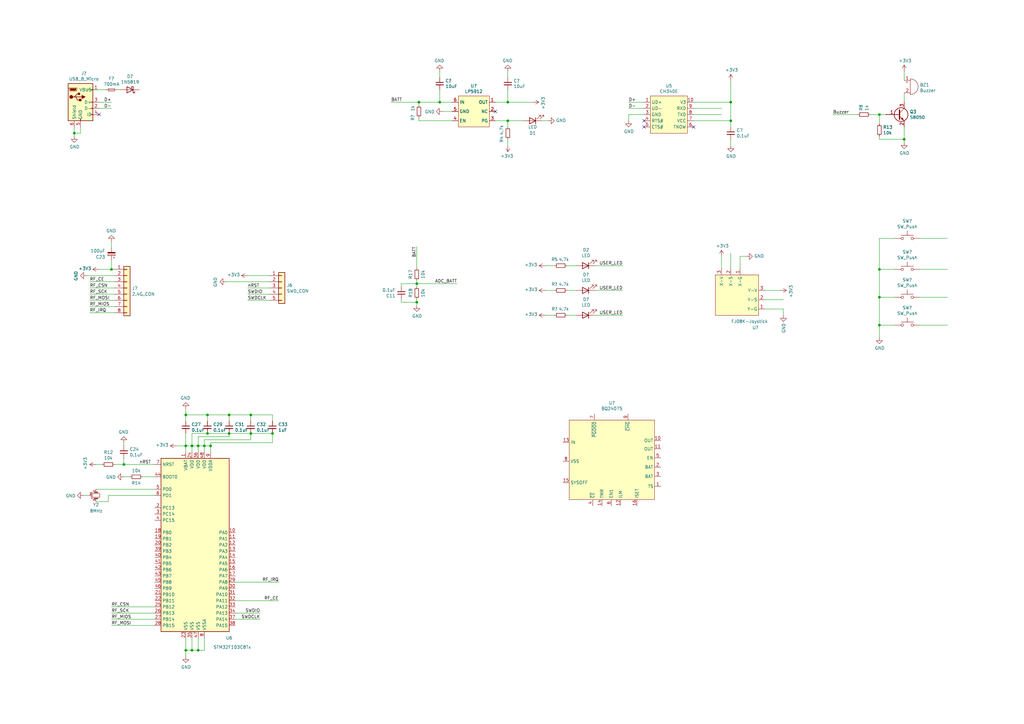
<source format=kicad_sch>
(kicad_sch (version 20200506) (host eeschema "(5.99.0-1614-gb29f55c1c)")
  (page "A3")
  (title_block (title "Self-Balancing Car Controller") (date "2020-04-06") (rev "2.0") (company "Simon Lu"))
  (lib_symbols
    (symbol "24RF_Remote_Control-rescue:CH340E-Interface_USB"
      (property "Reference" "U" (at 8.89 -8.89 0))
      (property "Value" "CH340E-Interface_USB" (at 8.89 -11.43 0))
      (symbol "CH340E-Interface_USB_0_1"
        (rectangle (start -7.62 7.62) (end 7.62 -7.62) (fill (type background)))
      )
      (symbol "CH340E-Interface_USB_1_1"
        (pin bidirectional line (at -10.16 5.08 0) (length 2.54) (name "UD+") (number "1"))
        (pin power_in line (at 10.16 5.08 180) (length 2.54) (name "V3") (number "10"))
        (pin bidirectional line (at -10.16 2.54 0) (length 2.54) (name "UD-") (number "2"))
        (pin power_out line (at -10.16 0 0) (length 2.54) (name "GND") (number "3"))
        (pin output line (at -10.16 -2.54 0) (length 2.54) (name "RTS#") (number "4"))
        (pin output line (at -10.16 -5.08 0) (length 2.54) (name "CTS#") (number "5"))
        (pin bidirectional line (at 10.16 -5.08 180) (length 2.54) (name "TNOW") (number "6"))
        (pin power_in line (at 10.16 -2.54 180) (length 2.54) (name "VCC") (number "7"))
        (pin bidirectional line (at 10.16 0 180) (length 2.54) (name "TXD") (number "8"))
        (pin bidirectional line (at 10.16 2.54 180) (length 2.54) (name "RXD") (number "9"))
      )
    )
    (symbol "24RF_Remote_Control-rescue:FJ08K-Joystick"
      (property "Reference" "U" (at 6.35 -12.7 0))
      (property "Value" "FJ08K-Joystick" (at 6.35 -10.16 0))
      (symbol "FJ08K-Joystick_0_1"
        (rectangle (start -8.89 8.89) (end 8.89 -7.62) (fill (type background)))
      )
      (symbol "FJ08K-Joystick_1_1"
        (pin bidirectional line (at 1.27 11.43 270) (length 2.54) (name "X-G") (number "1"))
        (pin bidirectional line (at 11.43 -5.08 180) (length 2.54) (name "Y-G") (number "1"))
        (pin output line (at -2.54 11.43 270) (length 2.54) (name "X-S") (number "2"))
        (pin output line (at 11.43 -1.27 180) (length 2.54) (name "Y-S") (number "2"))
        (pin bidirectional line (at -6.35 11.43 270) (length 2.54) (name "X-V") (number "3"))
        (pin input line (at 11.43 2.54 180) (length 2.54) (name "Y-V") (number "3"))
      )
    )
    (symbol "24RF_Remote_Control-rescue:S8050-Transistor_BJT" (pin_names (offset 0) hide)
      (property "Reference" "Q" (at 5.08 1.905 0))
      (property "Value" "S8050-Transistor_BJT" (at 5.08 0 0))
      (symbol "S8050-Transistor_BJT_0_1"
        (circle (center 1.27 0) (radius 2.8194) (stroke (width 0.254)))
        (polyline (pts (xy 0 0) (xy 0.635 0)))
        (polyline (pts (xy 0.635 0.635) (xy 2.54 2.54)))
        (polyline (pts (xy 0.635 -0.635) (xy 2.54 -2.54) (xy 2.54 -2.54)))
        (polyline (pts (xy 0.635 1.905) (xy 0.635 -1.905) (xy 0.635 -1.905)) (stroke (width 0.508)))
        (polyline (pts (xy 1.27 -1.778) (xy 1.778 -1.27) (xy 2.286 -2.286) (xy 1.27 -1.778) (xy 1.27 -1.778)) (fill (type outline)))
      )
      (symbol "S8050-Transistor_BJT_1_1"
        (pin input line (at -5.08 0 0) (length 5.08) (name "B") (number "1"))
        (pin passive line (at 2.54 -5.08 90) (length 2.54) (name "E") (number "2"))
        (pin passive line (at 2.54 5.08 270) (length 2.54) (name "C") (number "3"))
      )
    )
    (symbol "24rf_rc:BQ24075"
      (property "Reference" "U" (at 19.1516 -22.8092 0))
      (property "Value" "BQ24075" (at 19.2278 -20.447 0))
      (symbol "BQ24075_0_1"
        (rectangle (start 17.399 15.0368) (end -17.653 -17.6022) (fill (type background)))
      )
      (symbol "BQ24075_1_1"
        (pin bidirectional line (at 20.0152 -12.1666 180) (length 2.54) (name "TS") (number "1"))
        (pin output line (at 19.939 6.6548 180) (length 2.54) (name "OUT") (number "10"))
        (pin output line (at 19.939 3.2258 180) (length 2.54) (name "OUT") (number "11"))
        (pin bidirectional line (at 3.429 -20.1422 90) (length 2.54) (name "ILM") (number "12"))
        (pin bidirectional line (at -20.193 5.8928 0) (length 2.54) (name "IN") (number "13"))
        (pin bidirectional line (at -4.191 -20.1422 90) (length 2.54) (name "TMR") (number "14"))
        (pin bidirectional line (at -20.193 -10.6172 0) (length 2.54) (name "SYSOFF") (number "15"))
        (pin bidirectional line (at 10.16 -20.1422 90) (length 2.54) (name "ISET") (number "16"))
        (pin bidirectional line (at 19.939 -4.2672 180) (length 2.54) (name "BAT") (number "2"))
        (pin bidirectional line (at 19.939 -8.0772 180) (length 2.54) (name "BAT") (number "3"))
        (pin bidirectional line (at -8.001 -20.1422 90) (length 2.54) (name "~CE") (number "4"))
        (pin output line (at 19.939 -0.4572 180) (length 2.54) (name "EN") (number "5"))
        (pin bidirectional line (at -0.381 -20.1422 90) (length 2.54) (name "EN1") (number "6"))
        (pin input line (at -7.239 17.5768 270) (length 2.54) (name "~PGOOD") (number "7"))
        (pin bidirectional line (at -20.193 -1.8542 0) (length 2.54) (name "VSS") (number "8"))
        (pin input line (at 6.477 17.5768 270) (length 2.54) (name "~CHG") (number "9"))
      )
    )
    (symbol "24rf_rc:LP5912"
      (property "Reference" "U" (at 6.35 -11.43 0))
      (property "Value" "LP5912" (at 6.35 -8.89 0))
      (symbol "LP5912_0_1"
        (rectangle (start -6.35 6.35) (end 6.35 -6.35) (fill (type background)))
      )
      (symbol "LP5912_1_1"
        (pin bidirectional line (at 8.89 3.81 180) (length 2.54) (name "OUT") (number "1"))
        (pin bidirectional line (at 8.89 0 180) (length 2.54) (name "NC") (number "2"))
        (pin bidirectional line (at 8.89 -3.81 180) (length 2.54) (name "PG") (number "3"))
        (pin bidirectional line (at -8.89 -3.81 0) (length 2.54) (name "EN") (number "4"))
        (pin bidirectional line (at -8.89 0 0) (length 2.54) (name "GND") (number "5"))
        (pin bidirectional line (at -8.89 3.81 0) (length 2.54) (name "IN") (number "6"))
      )
    )
    (symbol "Connector:USB_B_Micro"
      (property "Reference" "J" (at -5.08 11.43 0))
      (property "Value" "USB_B_Micro" (at -5.08 8.89 0))
      (symbol "USB_B_Micro_0_1"
        (circle (center -3.81 2.159) (radius 0.635) (stroke (width 0.254)) (fill (type outline)))
        (circle (center -0.635 3.429) (radius 0.381) (stroke (width 0.254)) (fill (type outline)))
        (rectangle (start -5.08 -7.62) (end 5.08 7.62) (stroke (width 0.254)) (fill (type background)))
        (rectangle (start -0.127 -7.62) (end 0.127 -6.858))
        (rectangle (start 0.254 1.27) (end -0.508 0.508) (stroke (width 0.254)) (fill (type outline)))
        (rectangle (start 5.08 -5.207) (end 4.318 -4.953))
        (rectangle (start 5.08 -2.667) (end 4.318 -2.413))
        (rectangle (start 5.08 -0.127) (end 4.318 0.127))
        (rectangle (start 5.08 4.953) (end 4.318 5.207))
        (polyline (pts (xy -1.905 2.159) (xy 0.635 2.159)) (stroke (width 0.254)))
        (polyline (pts (xy -3.175 2.159) (xy -2.54 2.159) (xy -1.27 3.429) (xy -0.635 3.429)) (stroke (width 0.254)))
        (polyline (pts (xy -2.54 2.159) (xy -1.905 2.159) (xy -1.27 0.889) (xy 0 0.889)) (stroke (width 0.254)))
        (polyline (pts (xy 0.635 2.794) (xy 0.635 1.524) (xy 1.905 2.159) (xy 0.635 2.794)) (stroke (width 0.254)) (fill (type outline)))
        (polyline (pts (xy -4.318 5.588) (xy -1.778 5.588) (xy -2.032 4.826) (xy -4.064 4.826) (xy -4.318 5.588)) (fill (type outline)))
        (polyline (pts (xy -4.699 5.842) (xy -4.699 5.588) (xy -4.445 4.826) (xy -4.445 4.572) (xy -1.651 4.572) (xy -1.651 4.826) (xy -1.397 5.588) (xy -1.397 5.842) (xy -4.699 5.842)))
      )
      (symbol "USB_B_Micro_1_1"
        (pin power_out line (at 7.62 5.08 180) (length 2.54) (name "VBUS") (number "1"))
        (pin passive line (at 7.62 -2.54 180) (length 2.54) (name "D-") (number "2"))
        (pin passive line (at 7.62 0 180) (length 2.54) (name "D+") (number "3"))
        (pin passive line (at 7.62 -5.08 180) (length 2.54) (name "ID") (number "4"))
        (pin power_out line (at 0 -10.16 90) (length 2.54) (name "GND") (number "5"))
        (pin passive line (at -2.54 -10.16 90) (length 2.54) (name "Shield") (number "6"))
      )
    )
    (symbol "Connector_Generic:Conn_01x05" (pin_names hide)
      (property "Reference" "J" (at 0 7.62 0))
      (property "Value" "Conn_01x05" (at 0 -7.62 0))
      (symbol "Conn_01x05_1_1"
        (rectangle (start -1.27 -4.953) (end 0 -5.207))
        (rectangle (start -1.27 -2.413) (end 0 -2.667))
        (rectangle (start -1.27 2.667) (end 0 2.413))
        (rectangle (start -1.27 5.207) (end 0 4.953))
        (rectangle (start -1.27 6.35) (end 1.27 -6.35) (stroke (width 0.254)) (fill (type background)))
        (rectangle (start -1.27 0.127) (end 0 -0.127))
        (pin passive line (at -5.08 5.08 0) (length 3.81) (name "Pin_1") (number "1"))
        (pin passive line (at -5.08 2.54 0) (length 3.81) (name "Pin_2") (number "2"))
        (pin passive line (at -5.08 0 0) (length 3.81) (name "Pin_3") (number "3"))
        (pin passive line (at -5.08 -2.54 0) (length 3.81) (name "Pin_4") (number "4"))
        (pin passive line (at -5.08 -5.08 0) (length 3.81) (name "Pin_5") (number "5"))
      )
    )
    (symbol "Connector_Generic:Conn_01x08" (pin_names hide)
      (property "Reference" "J" (at 0 10.16 0))
      (property "Value" "Conn_01x08" (at 0 -12.7 0))
      (symbol "Conn_01x08_1_1"
        (rectangle (start -1.27 -4.953) (end 0 -5.207))
        (rectangle (start -1.27 -7.493) (end 0 -7.747))
        (rectangle (start -1.27 -10.033) (end 0 -10.287))
        (rectangle (start -1.27 -2.413) (end 0 -2.667))
        (rectangle (start -1.27 2.667) (end 0 2.413))
        (rectangle (start -1.27 5.207) (end 0 4.953))
        (rectangle (start -1.27 7.747) (end 0 7.493))
        (rectangle (start -1.27 8.89) (end 1.27 -11.43) (stroke (width 0.254)) (fill (type background)))
        (rectangle (start -1.27 0.127) (end 0 -0.127))
        (pin passive line (at -5.08 7.62 0) (length 3.81) (name "Pin_1") (number "1"))
        (pin passive line (at -5.08 5.08 0) (length 3.81) (name "Pin_2") (number "2"))
        (pin passive line (at -5.08 2.54 0) (length 3.81) (name "Pin_3") (number "3"))
        (pin passive line (at -5.08 0 0) (length 3.81) (name "Pin_4") (number "4"))
        (pin passive line (at -5.08 -2.54 0) (length 3.81) (name "Pin_5") (number "5"))
        (pin passive line (at -5.08 -5.08 0) (length 3.81) (name "Pin_6") (number "6"))
        (pin passive line (at -5.08 -7.62 0) (length 3.81) (name "Pin_7") (number "7"))
        (pin passive line (at -5.08 -10.16 0) (length 3.81) (name "Pin_8") (number "8"))
      )
    )
    (symbol "Device:Buzzer" (pin_names (offset 0.0254) hide)
      (property "Reference" "BZ" (at 3.81 1.27 0))
      (property "Value" "Buzzer" (at 3.81 -1.27 0))
      (symbol "Buzzer_0_1"
        (arc (start 0 -3.175) (end 0 3.175) (radius (at 0 0) (length 3.175) (angles -89.9 89.9)))
        (polyline (pts (xy -1.651 1.905) (xy -1.143 1.905)))
        (polyline (pts (xy -1.397 2.159) (xy -1.397 1.651)))
        (polyline (pts (xy 0 3.175) (xy 0 -3.175)))
      )
      (symbol "Buzzer_1_1"
        (pin passive line (at -2.54 2.54 0) (length 2.54) (name "-") (number "1"))
        (pin passive line (at -2.54 -2.54 0) (length 2.54) (name "+") (number "2"))
      )
    )
    (symbol "Device:CP_Small" (pin_numbers hide) (pin_names (offset 0.254) hide)
      (property "Reference" "C" (at 0.254 1.778 0))
      (property "Value" "CP_Small" (at 0.254 -2.032 0))
      (symbol "CP_Small_0_1"
        (rectangle (start -1.524 -0.3048) (end 1.524 -0.6858) (fill (type outline)))
        (rectangle (start -1.524 0.6858) (end 1.524 0.3048))
        (polyline (pts (xy -1.27 1.524) (xy -0.762 1.524)))
        (polyline (pts (xy -1.016 1.27) (xy -1.016 1.778)))
      )
      (symbol "CP_Small_1_1"
        (pin passive line (at 0 2.54 270) (length 1.8542) (name "~") (number "1"))
        (pin passive line (at 0 -2.54 90) (length 1.8542) (name "~") (number "2"))
      )
    )
    (symbol "Device:C_Small" (pin_numbers hide) (pin_names (offset 0.254) hide)
      (property "Reference" "C" (at 0.254 1.778 0))
      (property "Value" "C_Small" (at 0.254 -2.032 0))
      (symbol "C_Small_0_1"
        (polyline (pts (xy -1.524 -0.508) (xy 1.524 -0.508)) (stroke (width 0.3302)))
        (polyline (pts (xy -1.524 0.508) (xy 1.524 0.508)) (stroke (width 0.3048)))
      )
      (symbol "C_Small_1_1"
        (pin passive line (at 0 2.54 270) (length 2.032) (name "~") (number "1"))
        (pin passive line (at 0 -2.54 90) (length 2.032) (name "~") (number "2"))
      )
    )
    (symbol "Device:C_Small_2" (pin_numbers hide) (pin_names (offset 0.254) hide)
      (property "Reference" "C" (at 0.254 1.778 0))
      (property "Value" "C_Small" (at 0.254 -2.032 0))
      (symbol "C_Small_2_0_1"
        (polyline (pts (xy -1.524 -0.508) (xy 1.524 -0.508)) (stroke (width 0.3302)))
        (polyline (pts (xy -1.524 0.508) (xy 1.524 0.508)) (stroke (width 0.3048)))
      )
      (symbol "C_Small_2_1_1"
        (pin passive line (at 0 2.54 270) (length 2.032) (name "~") (number "1"))
        (pin passive line (at 0 -2.54 90) (length 2.032) (name "~") (number "2"))
      )
    )
    (symbol "Device:C_Small_3" (pin_numbers hide) (pin_names (offset 0.254) hide)
      (property "Reference" "C" (at 0.254 1.778 0))
      (property "Value" "C_Small" (at 0.254 -2.032 0))
      (symbol "C_Small_3_0_1"
        (polyline (pts (xy -1.524 -0.508) (xy 1.524 -0.508)) (stroke (width 0.3302)))
        (polyline (pts (xy -1.524 0.508) (xy 1.524 0.508)) (stroke (width 0.3048)))
      )
      (symbol "C_Small_3_1_1"
        (pin passive line (at 0 2.54 270) (length 2.032) (name "~") (number "1"))
        (pin passive line (at 0 -2.54 90) (length 2.032) (name "~") (number "2"))
      )
    )
    (symbol "Device:Crystal_GND2_Small" (pin_names hide)
      (property "Reference" "Y" (at 0 5.08 0))
      (property "Value" "Crystal_GND2_Small" (at 0 3.175 0))
      (symbol "Crystal_GND2_Small_0_1"
        (rectangle (start -0.762 -1.524) (end 0.762 1.524))
        (polyline (pts (xy -1.27 -0.762) (xy -1.27 0.762)) (stroke (width 0.381)))
        (polyline (pts (xy 1.27 -0.762) (xy 1.27 0.762)) (stroke (width 0.381)))
        (polyline (pts (xy -1.27 -1.27) (xy -1.27 -1.905) (xy 1.27 -1.905) (xy 1.27 -1.27)))
      )
      (symbol "Crystal_GND2_Small_1_1"
        (pin passive line (at -2.54 0 0) (length 1.27) (name "1") (number "1"))
        (pin passive line (at 0 -2.54 90) (length 0.635) (name "2") (number "2"))
        (pin passive line (at 2.54 0 180) (length 1.27) (name "3") (number "3"))
      )
    )
    (symbol "Device:Fuse_Small" (pin_numbers hide) (pin_names (offset 0.254) hide)
      (property "Reference" "F" (at 0 -1.524 0))
      (property "Value" "Fuse_Small" (at 0 1.524 0))
      (symbol "Fuse_Small_0_1"
        (rectangle (start -1.27 0.508) (end 1.27 -0.508))
        (polyline (pts (xy -1.27 0) (xy 1.27 0)))
      )
      (symbol "Fuse_Small_1_1"
        (pin passive line (at -2.54 0 0) (length 1.27) (name "~") (number "1"))
        (pin passive line (at 2.54 0 180) (length 1.27) (name "~") (number "2"))
      )
    )
    (symbol "Device:LED" (pin_numbers hide) (pin_names hide)
      (property "Reference" "D" (at 0 2.54 0))
      (property "Value" "LED" (at 0 -2.54 0))
      (symbol "LED_0_1"
        (polyline (pts (xy -1.27 -1.27) (xy -1.27 1.27)) (stroke (width 0.254)))
        (polyline (pts (xy -1.27 0) (xy 1.27 0)))
        (polyline (pts (xy 1.27 -1.27) (xy 1.27 1.27) (xy -1.27 0) (xy 1.27 -1.27)) (stroke (width 0.254)))
        (polyline (pts (xy -3.048 -0.762) (xy -4.572 -2.286) (xy -3.81 -2.286) (xy -4.572 -2.286) (xy -4.572 -1.524)))
        (polyline (pts (xy -1.778 -0.762) (xy -3.302 -2.286) (xy -2.54 -2.286) (xy -3.302 -2.286) (xy -3.302 -1.524)))
      )
      (symbol "LED_1_1"
        (pin passive line (at -3.81 0 0) (length 2.54) (name "K") (number "1"))
        (pin passive line (at 3.81 0 180) (length 2.54) (name "A") (number "2"))
      )
    )
    (symbol "Device:LED_1" (pin_numbers hide) (pin_names hide)
      (property "Reference" "D" (at 0 2.54 0))
      (property "Value" "LED" (at 0 -2.54 0))
      (symbol "LED_1_0_1"
        (polyline (pts (xy -1.27 -1.27) (xy -1.27 1.27)) (stroke (width 0.254)))
        (polyline (pts (xy -1.27 0) (xy 1.27 0)))
        (polyline (pts (xy 1.27 -1.27) (xy 1.27 1.27) (xy -1.27 0) (xy 1.27 -1.27)) (stroke (width 0.254)))
        (polyline (pts (xy -3.048 -0.762) (xy -4.572 -2.286) (xy -3.81 -2.286) (xy -4.572 -2.286) (xy -4.572 -1.524)))
        (polyline (pts (xy -1.778 -0.762) (xy -3.302 -2.286) (xy -2.54 -2.286) (xy -3.302 -2.286) (xy -3.302 -1.524)))
      )
      (symbol "LED_1_1_1"
        (pin passive line (at -3.81 0 0) (length 2.54) (name "K") (number "1"))
        (pin passive line (at 3.81 0 180) (length 2.54) (name "A") (number "2"))
      )
    )
    (symbol "Device:LED_2" (pin_numbers hide) (pin_names hide)
      (property "Reference" "D" (at 0 2.54 0))
      (property "Value" "LED" (at 0 -2.54 0))
      (symbol "LED_2_0_1"
        (polyline (pts (xy -1.27 -1.27) (xy -1.27 1.27)) (stroke (width 0.254)))
        (polyline (pts (xy -1.27 0) (xy 1.27 0)))
        (polyline (pts (xy 1.27 -1.27) (xy 1.27 1.27) (xy -1.27 0) (xy 1.27 -1.27)) (stroke (width 0.254)))
        (polyline (pts (xy -3.048 -0.762) (xy -4.572 -2.286) (xy -3.81 -2.286) (xy -4.572 -2.286) (xy -4.572 -1.524)))
        (polyline (pts (xy -1.778 -0.762) (xy -3.302 -2.286) (xy -2.54 -2.286) (xy -3.302 -2.286) (xy -3.302 -1.524)))
      )
      (symbol "LED_2_1_1"
        (pin passive line (at -3.81 0 0) (length 2.54) (name "K") (number "1"))
        (pin passive line (at 3.81 0 180) (length 2.54) (name "A") (number "2"))
      )
    )
    (symbol "Device:R_Small" (pin_numbers hide) (pin_names (offset 0.254) hide)
      (property "Reference" "R" (at 0.762 0.508 0))
      (property "Value" "R_Small" (at 0.762 -1.016 0))
      (symbol "R_Small_0_1"
        (rectangle (start -0.762 1.778) (end 0.762 -1.778) (stroke (width 0.2032)))
      )
      (symbol "R_Small_1_1"
        (pin passive line (at 0 2.54 270) (length 0.762) (name "~") (number "1"))
        (pin passive line (at 0 -2.54 90) (length 0.762) (name "~") (number "2"))
      )
    )
    (symbol "Device:R_Small_3" (pin_numbers hide) (pin_names (offset 0.254) hide)
      (property "Reference" "R" (at 0.762 0.508 0))
      (property "Value" "R_Small" (at 0.762 -1.016 0))
      (symbol "R_Small_3_0_1"
        (rectangle (start -0.762 1.778) (end 0.762 -1.778) (stroke (width 0.2032)))
      )
      (symbol "R_Small_3_1_1"
        (pin passive line (at 0 2.54 270) (length 0.762) (name "~") (number "1"))
        (pin passive line (at 0 -2.54 90) (length 0.762) (name "~") (number "2"))
      )
    )
    (symbol "Device:R_Small_4" (pin_numbers hide) (pin_names (offset 0.254) hide)
      (property "Reference" "R" (at 0.762 0.508 0))
      (property "Value" "R_Small" (at 0.762 -1.016 0))
      (symbol "R_Small_4_0_1"
        (rectangle (start -0.762 1.778) (end 0.762 -1.778) (stroke (width 0.2032)))
      )
      (symbol "R_Small_4_1_1"
        (pin passive line (at 0 2.54 270) (length 0.762) (name "~") (number "1"))
        (pin passive line (at 0 -2.54 90) (length 0.762) (name "~") (number "2"))
      )
    )
    (symbol "Device:R_Small_5" (pin_numbers hide) (pin_names (offset 0.254) hide)
      (property "Reference" "R" (at 0.762 0.508 0))
      (property "Value" "R_Small" (at 0.762 -1.016 0))
      (symbol "R_Small_5_0_1"
        (rectangle (start -0.762 1.778) (end 0.762 -1.778) (stroke (width 0.2032)))
      )
      (symbol "R_Small_5_1_1"
        (pin passive line (at 0 2.54 270) (length 0.762) (name "~") (number "1"))
        (pin passive line (at 0 -2.54 90) (length 0.762) (name "~") (number "2"))
      )
    )
    (symbol "Diode:1N5819" (pin_numbers hide) (pin_names hide)
      (property "Reference" "D" (at 0 2.54 0))
      (property "Value" "1N5819" (at 0 -2.54 0))
      (symbol "1N5819_0_1"
        (polyline (pts (xy 1.27 0) (xy -1.27 0)))
        (polyline (pts (xy 1.27 1.27) (xy 1.27 -1.27) (xy -1.27 0) (xy 1.27 1.27)) (stroke (width 0.254)))
        (polyline (pts (xy -1.905 0.635) (xy -1.905 1.27) (xy -1.27 1.27) (xy -1.27 -1.27) (xy -0.635 -1.27) (xy -0.635 -0.635)) (stroke (width 0.254)))
      )
      (symbol "1N5819_1_1"
        (pin passive line (at -3.81 0 0) (length 2.54) (name "K") (number "1"))
        (pin passive line (at 3.81 0 180) (length 2.54) (name "A") (number "2"))
      )
    )
    (symbol "MCU_ST_STM32F1:STM32F103C8Tx" (pin_names (offset 0.508))
      (property "Reference" "U" (at -15.24 36.83 0))
      (property "Value" "STM32F103C8Tx" (at 7.62 36.83 0))
      (symbol "STM32F103C8Tx_0_1"
        (rectangle (start -15.24 -35.56) (end 12.7 35.56) (stroke (width 0.254)) (fill (type background)))
      )
      (symbol "STM32F103C8Tx_1_1"
        (pin input line (at -17.78 27.94 0) (length 2.54) (name "BOOT0") (number "44"))
        (pin input line (at -17.78 33.02 0) (length 2.54) (name "NRST") (number "7"))
        (pin bidirectional line (at 15.24 5.08 180) (length 2.54) (name "PA0") (number "10"))
        (pin bidirectional line (at 15.24 2.54 180) (length 2.54) (name "PA1") (number "11"))
        (pin bidirectional line (at 15.24 -20.32 180) (length 2.54) (name "PA10") (number "31"))
        (pin bidirectional line (at 15.24 -22.86 180) (length 2.54) (name "PA11") (number "32"))
        (pin bidirectional line (at 15.24 -25.4 180) (length 2.54) (name "PA12") (number "33"))
        (pin bidirectional line (at 15.24 -27.94 180) (length 2.54) (name "PA13") (number "34"))
        (pin bidirectional line (at 15.24 -30.48 180) (length 2.54) (name "PA14") (number "37"))
        (pin bidirectional line (at 15.24 -33.02 180) (length 2.54) (name "PA15") (number "38"))
        (pin bidirectional line (at 15.24 0 180) (length 2.54) (name "PA2") (number "12"))
        (pin bidirectional line (at 15.24 -2.54 180) (length 2.54) (name "PA3") (number "13"))
        (pin bidirectional line (at 15.24 -5.08 180) (length 2.54) (name "PA4") (number "14"))
        (pin bidirectional line (at 15.24 -7.62 180) (length 2.54) (name "PA5") (number "15"))
        (pin bidirectional line (at 15.24 -10.16 180) (length 2.54) (name "PA6") (number "16"))
        (pin bidirectional line (at 15.24 -12.7 180) (length 2.54) (name "PA7") (number "17"))
        (pin bidirectional line (at 15.24 -15.24 180) (length 2.54) (name "PA8") (number "29"))
        (pin bidirectional line (at 15.24 -17.78 180) (length 2.54) (name "PA9") (number "30"))
        (pin bidirectional line (at -17.78 5.08 0) (length 2.54) (name "PB0") (number "18"))
        (pin bidirectional line (at -17.78 2.54 0) (length 2.54) (name "PB1") (number "19"))
        (pin bidirectional line (at -17.78 -20.32 0) (length 2.54) (name "PB10") (number "21"))
        (pin bidirectional line (at -17.78 -22.86 0) (length 2.54) (name "PB11") (number "22"))
        (pin bidirectional line (at -17.78 -25.4 0) (length 2.54) (name "PB12") (number "25"))
        (pin bidirectional line (at -17.78 -27.94 0) (length 2.54) (name "PB13") (number "26"))
        (pin bidirectional line (at -17.78 -30.48 0) (length 2.54) (name "PB14") (number "27"))
        (pin bidirectional line (at -17.78 -33.02 0) (length 2.54) (name "PB15") (number "28"))
        (pin bidirectional line (at -17.78 0 0) (length 2.54) (name "PB2") (number "20"))
        (pin bidirectional line (at -17.78 -2.54 0) (length 2.54) (name "PB3") (number "39"))
        (pin bidirectional line (at -17.78 -5.08 0) (length 2.54) (name "PB4") (number "40"))
        (pin bidirectional line (at -17.78 -7.62 0) (length 2.54) (name "PB5") (number "41"))
        (pin bidirectional line (at -17.78 -10.16 0) (length 2.54) (name "PB6") (number "42"))
        (pin bidirectional line (at -17.78 -12.7 0) (length 2.54) (name "PB7") (number "43"))
        (pin bidirectional line (at -17.78 -15.24 0) (length 2.54) (name "PB8") (number "45"))
        (pin bidirectional line (at -17.78 -17.78 0) (length 2.54) (name "PB9") (number "46"))
        (pin bidirectional line (at -17.78 15.24 0) (length 2.54) (name "PC13") (number "2"))
        (pin bidirectional line (at -17.78 12.7 0) (length 2.54) (name "PC14") (number "3"))
        (pin bidirectional line (at -17.78 10.16 0) (length 2.54) (name "PC15") (number "4"))
        (pin input line (at -17.78 22.86 0) (length 2.54) (name "PD0") (number "5"))
        (pin input line (at -17.78 20.32 0) (length 2.54) (name "PD1") (number "6"))
        (pin power_in line (at -5.08 38.1 270) (length 2.54) (name "VBAT") (number "1"))
        (pin power_in line (at -2.54 38.1 270) (length 2.54) (name "VDD") (number "24"))
        (pin power_in line (at 0 38.1 270) (length 2.54) (name "VDD") (number "36"))
        (pin power_in line (at 2.54 38.1 270) (length 2.54) (name "VDD") (number "48"))
        (pin power_in line (at 5.08 38.1 270) (length 2.54) (name "VDDA") (number "9"))
        (pin power_in line (at -5.08 -38.1 90) (length 2.54) (name "VSS") (number "23"))
        (pin power_in line (at -2.54 -38.1 90) (length 2.54) (name "VSS") (number "35"))
        (pin power_in line (at 0 -38.1 90) (length 2.54) (name "VSS") (number "47"))
        (pin power_in line (at 2.54 -38.1 90) (length 2.54) (name "VSSA") (number "8"))
      )
    )
    (symbol "Switch:SW_Push" (pin_numbers hide) (pin_names hide)
      (property "Reference" "SW" (at 1.27 2.54 0))
      (property "Value" "SW_Push" (at 0 -1.524 0))
      (symbol "SW_Push_0_1"
        (circle (center -2.032 0) (radius 0.508))
        (circle (center 2.032 0) (radius 0.508))
        (polyline (pts (xy 0 1.27) (xy 0 3.048)))
        (polyline (pts (xy 2.54 1.27) (xy -2.54 1.27)))
        (pin passive line (at -5.08 0 0) (length 2.54) (name "1") (number "1"))
        (pin passive line (at 5.08 0 180) (length 2.54) (name "2") (number "2"))
      )
    )
    (symbol "power:+3.3V" (power) (pin_names (offset 0))
      (property "Value" "+3.3V" (at 0 3.556 0))
      (symbol "+3.3V_0_1"
        (polyline (pts (xy -0.762 1.27) (xy 0 2.54)))
        (polyline (pts (xy 0 0) (xy 0 2.54)))
        (polyline (pts (xy 0 2.54) (xy 0.762 1.27)))
      )
      (symbol "+3.3V_1_1"
        (pin power_in line (at 0 0 90) (length 0) (name "+3V3") (number "1") hide)
      )
    )
    (symbol "power:+3V3" (power) (pin_names (offset 0))
      (property "Value" "+3V3" (at 0 3.556 0))
      (symbol "+3V3_0_1"
        (polyline (pts (xy -0.762 1.27) (xy 0 2.54)))
        (polyline (pts (xy 0 0) (xy 0 2.54)))
        (polyline (pts (xy 0 2.54) (xy 0.762 1.27)))
      )
      (symbol "+3V3_1_1"
        (pin power_in line (at 0 0 90) (length 0) (name "+3V3") (number "1") hide)
      )
    )
    (symbol "power:GND" (power) (pin_names (offset 0))
      (property "Value" "GND" (at 0 -3.81 0))
      (symbol "GND_0_1"
        (polyline (pts (xy 0 0) (xy 0 -1.27) (xy 1.27 -1.27) (xy 0 -2.54) (xy -1.27 -1.27) (xy 0 -1.27)))
      )
      (symbol "GND_1_1"
        (pin power_in line (at 0 0 270) (length 0) (name "GND") (number "1") hide)
      )
    )
  )
  (junction (at 30.48 54.61))
  (junction (at 45.72 110.49))
  (junction (at 50.8 190.5))
  (junction (at 76.2 170.18))
  (junction (at 76.2 182.88))
  (junction (at 76.2 266.7))
  (junction (at 78.74 182.88))
  (junction (at 78.74 266.7))
  (junction (at 81.28 182.88))
  (junction (at 81.28 266.7))
  (junction (at 83.82 182.88))
  (junction (at 85.09 170.18))
  (junction (at 85.09 177.8))
  (junction (at 86.36 182.88))
  (junction (at 93.98 170.18))
  (junction (at 93.98 177.8))
  (junction (at 102.87 170.18))
  (junction (at 102.87 177.8))
  (junction (at 111.76 177.8))
  (junction (at 170.942 116.332))
  (junction (at 170.942 123.952))
  (junction (at 171.831 41.91))
  (junction (at 180.34 41.91))
  (junction (at 208.28 41.91))
  (junction (at 208.28 49.53))
  (junction (at 299.72 41.91))
  (junction (at 299.72 49.53))
  (junction (at 360.68 46.99))
  (junction (at 360.68 110.49))
  (junction (at 360.68 121.92))
  (junction (at 360.68 133.35))
  (junction (at 370.84 57.15))
  (no_connect (at 40.64 46.99))
  (no_connect (at 264.16 52.07))
  (no_connect (at 203.2 45.72))
  (no_connect (at 284.48 52.07))
  (no_connect (at 264.16 49.53))
  (wire (pts (xy 30.48 52.07) (xy 30.48 54.61)))
  (wire (pts (xy 30.48 54.61) (xy 30.48 55.88)))
  (wire (pts (xy 33.02 52.07) (xy 33.02 54.61)))
  (wire (pts (xy 33.02 54.61) (xy 30.48 54.61)))
  (wire (pts (xy 34.29 203.2) (xy 36.83 203.2)))
  (wire (pts (xy 35.56 36.83) (xy 43.18 36.83)))
  (wire (pts (xy 39.37 190.5) (xy 41.91 190.5)))
  (wire (pts (xy 39.37 200.66) (xy 63.5 200.66)))
  (wire (pts (xy 40.64 41.91) (xy 45.72 41.91)))
  (wire (pts (xy 40.64 44.45) (xy 45.72 44.45)))
  (wire (pts (xy 40.64 110.49) (xy 45.72 110.49)))
  (wire (pts (xy 44.45 203.2) (xy 44.45 205.74)))
  (wire (pts (xy 44.45 203.2) (xy 63.5 203.2)))
  (wire (pts (xy 44.45 205.74) (xy 39.37 205.74)))
  (wire (pts (xy 45.72 99.06) (xy 45.72 101.6)))
  (wire (pts (xy 45.72 106.68) (xy 45.72 110.49)))
  (wire (pts (xy 45.72 110.49) (xy 46.99 110.49)))
  (wire (pts (xy 45.72 254) (xy 63.5 254)))
  (wire (pts (xy 45.72 256.54) (xy 63.5 256.54)))
  (wire (pts (xy 46.99 113.03) (xy 35.56 113.03)))
  (wire (pts (xy 46.99 115.57) (xy 36.83 115.57)))
  (wire (pts (xy 46.99 118.11) (xy 36.83 118.11)))
  (wire (pts (xy 46.99 120.65) (xy 36.83 120.65)))
  (wire (pts (xy 46.99 123.19) (xy 36.83 123.19)))
  (wire (pts (xy 46.99 125.73) (xy 36.83 125.73)))
  (wire (pts (xy 46.99 128.27) (xy 36.83 128.27)))
  (wire (pts (xy 48.26 36.83) (xy 49.53 36.83)))
  (wire (pts (xy 50.8 182.88) (xy 50.8 181.61)))
  (wire (pts (xy 50.8 187.96) (xy 50.8 190.5)))
  (wire (pts (xy 50.8 190.5) (xy 46.99 190.5)))
  (wire (pts (xy 50.8 195.58) (xy 53.34 195.58)))
  (wire (pts (xy 58.42 195.58) (xy 63.5 195.58)))
  (wire (pts (xy 63.5 190.5) (xy 50.8 190.5)))
  (wire (pts (xy 63.5 248.92) (xy 45.72 248.92)))
  (wire (pts (xy 63.5 251.46) (xy 45.72 251.46)))
  (wire (pts (xy 72.39 182.88) (xy 76.2 182.88)))
  (wire (pts (xy 76.2 167.64) (xy 76.2 170.18)))
  (wire (pts (xy 76.2 170.18) (xy 76.2 172.72)))
  (wire (pts (xy 76.2 170.18) (xy 85.09 170.18)))
  (wire (pts (xy 76.2 177.8) (xy 76.2 182.88)))
  (wire (pts (xy 76.2 182.88) (xy 76.2 185.42)))
  (wire (pts (xy 76.2 182.88) (xy 78.74 182.88)))
  (wire (pts (xy 76.2 266.7) (xy 76.2 261.62)))
  (wire (pts (xy 76.2 269.24) (xy 76.2 266.7)))
  (wire (pts (xy 78.74 177.8) (xy 78.74 182.88)))
  (wire (pts (xy 78.74 177.8) (xy 85.09 177.8)))
  (wire (pts (xy 78.74 182.88) (xy 78.74 185.42)))
  (wire (pts (xy 78.74 182.88) (xy 81.28 182.88)))
  (wire (pts (xy 78.74 261.62) (xy 78.74 266.7)))
  (wire (pts (xy 78.74 266.7) (xy 76.2 266.7)))
  (wire (pts (xy 78.74 266.7) (xy 81.28 266.7)))
  (wire (pts (xy 81.28 179.07) (xy 81.28 182.88)))
  (wire (pts (xy 81.28 179.07) (xy 93.98 179.07)))
  (wire (pts (xy 81.28 182.88) (xy 81.28 185.42)))
  (wire (pts (xy 81.28 182.88) (xy 83.82 182.88)))
  (wire (pts (xy 81.28 266.7) (xy 81.28 261.62)))
  (wire (pts (xy 83.82 180.34) (xy 83.82 182.88)))
  (wire (pts (xy 83.82 180.34) (xy 102.87 180.34)))
  (wire (pts (xy 83.82 182.88) (xy 83.82 185.42)))
  (wire (pts (xy 83.82 182.88) (xy 86.36 182.88)))
  (wire (pts (xy 83.82 261.62) (xy 83.82 266.7)))
  (wire (pts (xy 83.82 266.7) (xy 81.28 266.7)))
  (wire (pts (xy 85.09 170.18) (xy 85.09 172.72)))
  (wire (pts (xy 85.09 170.18) (xy 93.98 170.18)))
  (wire (pts (xy 85.09 177.8) (xy 93.98 177.8)))
  (wire (pts (xy 86.36 181.61) (xy 86.36 182.88)))
  (wire (pts (xy 86.36 181.61) (xy 111.76 181.61)))
  (wire (pts (xy 86.36 182.88) (xy 86.36 185.42)))
  (wire (pts (xy 93.98 170.18) (xy 93.98 172.72)))
  (wire (pts (xy 93.98 170.18) (xy 102.87 170.18)))
  (wire (pts (xy 93.98 177.8) (xy 102.87 177.8)))
  (wire (pts (xy 93.98 179.07) (xy 93.98 177.8)))
  (wire (pts (xy 96.52 246.38) (xy 114.3 246.38)))
  (wire (pts (xy 96.52 254) (xy 106.68 254)))
  (wire (pts (xy 101.6 113.03) (xy 110.49 113.03)))
  (wire (pts (xy 101.6 118.11) (xy 110.49 118.11)))
  (wire (pts (xy 101.6 120.65) (xy 110.49 120.65)))
  (wire (pts (xy 101.6 123.19) (xy 110.49 123.19)))
  (wire (pts (xy 102.87 170.18) (xy 102.87 172.72)))
  (wire (pts (xy 102.87 170.18) (xy 111.76 170.18)))
  (wire (pts (xy 102.87 177.8) (xy 111.76 177.8)))
  (wire (pts (xy 102.87 180.34) (xy 102.87 177.8)))
  (wire (pts (xy 106.68 251.46) (xy 96.52 251.46)))
  (wire (pts (xy 110.49 115.57) (xy 92.71 115.57)))
  (wire (pts (xy 111.76 170.18) (xy 111.76 172.72)))
  (wire (pts (xy 111.76 181.61) (xy 111.76 177.8)))
  (wire (pts (xy 114.3 238.76) (xy 96.52 238.76)))
  (wire (pts (xy 160.401 41.91) (xy 171.831 41.91)))
  (wire (pts (xy 164.592 116.332) (xy 170.942 116.332)))
  (wire (pts (xy 164.592 117.602) (xy 164.592 116.332)))
  (wire (pts (xy 164.592 122.682) (xy 164.592 123.952)))
  (wire (pts (xy 164.592 123.952) (xy 170.942 123.952)))
  (wire (pts (xy 170.942 101.092) (xy 170.942 109.982)))
  (wire (pts (xy 170.942 115.062) (xy 170.942 116.332)))
  (wire (pts (xy 170.942 116.332) (xy 170.942 117.602)))
  (wire (pts (xy 170.942 122.682) (xy 170.942 123.952)))
  (wire (pts (xy 170.942 123.952) (xy 170.942 125.222)))
  (wire (pts (xy 171.831 41.91) (xy 171.831 43.18)))
  (wire (pts (xy 171.831 41.91) (xy 180.34 41.91)))
  (wire (pts (xy 171.831 48.26) (xy 171.831 49.53)))
  (wire (pts (xy 171.831 49.53) (xy 185.42 49.53)))
  (wire (pts (xy 180.34 29.21) (xy 180.34 31.75)))
  (wire (pts (xy 180.34 36.83) (xy 180.34 41.91)))
  (wire (pts (xy 180.34 41.91) (xy 185.42 41.91)))
  (wire (pts (xy 181.483 45.72) (xy 185.42 45.72)))
  (wire (pts (xy 187.452 116.332) (xy 170.942 116.332)))
  (wire (pts (xy 203.2 41.91) (xy 208.28 41.91)))
  (wire (pts (xy 203.2 49.53) (xy 208.28 49.53)))
  (wire (pts (xy 208.28 29.21) (xy 208.28 31.75)))
  (wire (pts (xy 208.28 36.83) (xy 208.28 41.91)))
  (wire (pts (xy 208.28 41.91) (xy 218.44 41.91)))
  (wire (pts (xy 208.28 49.53) (xy 208.28 52.07)))
  (wire (pts (xy 208.28 49.53) (xy 214.63 49.53)))
  (wire (pts (xy 208.28 57.15) (xy 208.28 59.69)))
  (wire (pts (xy 223.647 119.126) (xy 227.457 119.126)))
  (wire (pts (xy 224.79 49.53) (xy 222.25 49.53)))
  (wire (pts (xy 227.457 108.966) (xy 223.647 108.966)))
  (wire (pts (xy 227.457 129.286) (xy 223.647 129.286)))
  (wire (pts (xy 236.347 108.966) (xy 232.537 108.966)))
  (wire (pts (xy 236.347 119.126) (xy 232.537 119.126)))
  (wire (pts (xy 236.347 129.286) (xy 232.537 129.286)))
  (wire (pts (xy 243.967 108.966) (xy 255.397 108.966)))
  (wire (pts (xy 243.967 119.126) (xy 255.397 119.126)))
  (wire (pts (xy 243.967 129.286) (xy 255.397 129.286)))
  (wire (pts (xy 257.81 41.91) (xy 264.16 41.91)))
  (wire (pts (xy 257.81 44.45) (xy 264.16 44.45)))
  (wire (pts (xy 257.81 46.99) (xy 257.81 49.53)))
  (wire (pts (xy 264.16 46.99) (xy 257.81 46.99)))
  (wire (pts (xy 284.48 41.91) (xy 299.72 41.91)))
  (wire (pts (xy 284.48 44.45) (xy 295.91 44.45)))
  (wire (pts (xy 284.48 49.53) (xy 299.72 49.53)))
  (wire (pts (xy 295.91 46.99) (xy 284.48 46.99)))
  (wire (pts (xy 295.91 105.156) (xy 295.91 110.236)))
  (wire (pts (xy 299.72 33.02) (xy 299.72 41.91)))
  (wire (pts (xy 299.72 49.53) (xy 299.72 41.91)))
  (wire (pts (xy 299.72 52.07) (xy 299.72 49.53)))
  (wire (pts (xy 299.72 59.69) (xy 299.72 57.15)))
  (wire (pts (xy 299.72 103.886) (xy 299.72 110.236)))
  (wire (pts (xy 303.53 105.156) (xy 306.07 105.156)))
  (wire (pts (xy 303.53 110.236) (xy 303.53 105.156)))
  (wire (pts (xy 313.69 119.126) (xy 320.04 119.126)))
  (wire (pts (xy 313.69 122.936) (xy 321.31 122.936)))
  (wire (pts (xy 313.69 126.746) (xy 321.31 126.746)))
  (wire (pts (xy 321.31 126.746) (xy 321.31 129.286)))
  (wire (pts (xy 341.63 46.99) (xy 351.79 46.99)))
  (wire (pts (xy 360.68 46.99) (xy 356.87 46.99)))
  (wire (pts (xy 360.68 50.8) (xy 360.68 46.99)))
  (wire (pts (xy 360.68 55.88) (xy 360.68 57.15)))
  (wire (pts (xy 360.68 57.15) (xy 370.84 57.15)))
  (wire (pts (xy 360.68 97.79) (xy 360.68 110.49)))
  (wire (pts (xy 360.68 110.49) (xy 360.68 121.92)))
  (wire (pts (xy 360.68 110.49) (xy 367.03 110.49)))
  (wire (pts (xy 360.68 121.92) (xy 360.68 133.35)))
  (wire (pts (xy 360.68 121.92) (xy 367.03 121.92)))
  (wire (pts (xy 360.68 133.35) (xy 367.03 133.35)))
  (wire (pts (xy 360.68 138.43) (xy 360.68 133.35)))
  (wire (pts (xy 363.22 46.99) (xy 360.68 46.99)))
  (wire (pts (xy 367.03 97.79) (xy 360.68 97.79)))
  (wire (pts (xy 370.84 29.21) (xy 370.84 33.02)))
  (wire (pts (xy 370.84 38.1) (xy 370.84 41.91)))
  (wire (pts (xy 370.84 57.15) (xy 370.84 52.07)))
  (wire (pts (xy 370.84 58.42) (xy 370.84 57.15)))
  (wire (pts (xy 377.19 97.79) (xy 388.62 97.79)))
  (wire (pts (xy 377.19 110.49) (xy 388.62 110.49)))
  (wire (pts (xy 377.19 121.92) (xy 388.62 121.92)))
  (wire (pts (xy 377.19 133.35) (xy 388.62 133.35)))
  (label "RF_CE" (at 36.83 115.57 0))
  (label "RF_CSN" (at 36.83 118.11 0))
  (label "RF_SCK" (at 36.83 120.65 0))
  (label "RF_MOSI" (at 36.83 123.19 0))
  (label "RF_MIOS" (at 36.83 125.73 0))
  (label "RF_IRQ" (at 36.83 128.27 0))
  (label "D+" (at 45.72 41.91 180))
  (label "D-" (at 45.72 44.45 180))
  (label "RF_CSN" (at 45.72 248.92 0))
  (label "RF_SCK" (at 45.72 251.46 0))
  (label "RF_MIOS" (at 45.72 254 0))
  (label "RF_MOSI" (at 45.72 256.54 0))
  (label "nRST" (at 57.15 190.5 0))
  (label "nRST" (at 101.6 118.11 0))
  (label "SWDIO" (at 101.6 120.65 0))
  (label "SWDCLK" (at 101.6 123.19 0))
  (label "SWDIO" (at 106.68 251.46 180))
  (label "SWDCLK" (at 106.68 254 180))
  (label "RF_IRQ" (at 114.3 238.76 180))
  (label "RF_CE" (at 114.3 246.38 180))
  (label "BATT" (at 160.401 41.91 0))
  (label "BATT" (at 170.942 101.092 270))
  (label "ADC_BATT" (at 187.452 116.332 180))
  (label "USER_LED" (at 255.397 108.966 180))
  (label "USER_LED" (at 255.397 119.126 180))
  (label "USER_LED" (at 255.397 129.286 180))
  (label "D+" (at 257.81 41.91 0))
  (label "D-" (at 257.81 44.45 0))
  (label "Buzzer" (at 341.63 46.99 0))
  (symbol (lib_id "Device:Fuse_Small") (at 45.72 36.83 0) (unit 1)
    (property "Reference" "F?" (at 45.72 32.2388 0))
    (property "Value" "700mA" (at 45.72 34.537 0))
  )
  (symbol (lib_id "power:+3.3V") (at 39.37 190.5 90) (unit 1)
    (property "Reference" "#PWR028" (effects hide))
    (property "Value" "+3.3V" (at 34.9758 190.119 0))
  )
  (symbol (lib_id "power:+3V3") (at 40.64 110.49 90) (unit 1)
    (property "Reference" "#PWR?" (effects hide))
    (property "Value" "+3V3" (at 37.465 110.1217 90) (effects (justify left)))
  )
  (symbol (lib_id "power:+3.3V") (at 72.39 182.88 90) (unit 1)
    (property "Reference" "#PWR034" (effects hide))
    (property "Value" "+3.3V" (at 69.1388 182.499 90) (effects (justify left)))
  )
  (symbol (lib_id "power:+3V3") (at 101.6 113.03 90) (unit 1)
    (property "Reference" "#PWR?" (effects hide))
    (property "Value" "+3V3" (at 98.425 112.6617 90) (effects (justify left)))
  )
  (symbol (lib_id "power:+3V3") (at 208.28 59.69 180) (unit 1)
    (property "Reference" "#PWR?" (effects hide))
    (property "Value" "+3V3" (at 207.899 64.008 0))
  )
  (symbol (lib_id "power:+3V3") (at 218.44 41.91 270) (unit 1)
    (property "Reference" "#PWR?" (effects hide))
    (property "Value" "+3V3" (at 222.758 42.291 0))
  )
  (symbol (lib_id "power:+3.3V") (at 223.647 108.966 90) (unit 1)
    (property "Reference" "#PWR04" (effects hide))
    (property "Value" "+3.3V" (at 220.3958 108.585 90) (effects (justify left)))
  )
  (symbol (lib_id "power:+3V3") (at 223.647 119.126 90) (unit 1)
    (property "Reference" "#PWR?" (effects hide))
    (property "Value" "+3V3" (at 220.472 118.7577 90) (effects (justify left)))
  )
  (symbol (lib_id "power:+3V3") (at 223.647 129.286 90) (unit 1)
    (property "Reference" "#PWR?" (effects hide))
    (property "Value" "+3V3" (at 220.472 128.9177 90) (effects (justify left)))
  )
  (symbol (lib_id "power:+3V3") (at 295.91 105.156 0) (unit 1)
    (property "Reference" "#PWR?" (effects hide))
    (property "Value" "+3V3" (at 296.2783 100.8316 0))
  )
  (symbol (lib_id "power:+3V3") (at 299.72 33.02 0) (unit 1)
    (property "Reference" "#PWR?" (effects hide))
    (property "Value" "+3V3" (at 300.0883 28.6956 0))
  )
  (symbol (lib_id "power:+3V3") (at 320.04 119.126 270) (unit 1)
    (property "Reference" "#PWR?" (effects hide))
    (property "Value" "+3V3" (at 324.358 119.507 0))
  )
  (symbol (lib_id "power:+3V3") (at 370.84 29.21 0) (unit 1)
    (property "Reference" "#PWR?" (effects hide))
    (property "Value" "+3V3" (at 371.2083 24.8856 0))
  )
  (symbol (lib_id "power:GND") (at 30.48 55.88 0) (unit 1)
    (property "Reference" "#PWR?" (effects hide))
    (property "Value" "GND" (at 30.5943 60.2044 0))
  )
  (symbol (lib_id "power:GND") (at 34.29 203.2 270) (unit 1)
    (property "Reference" "#PWR027" (effects hide))
    (property "Value" "GND" (at 31.0388 203.327 90) (effects (justify right)))
  )
  (symbol (lib_id "power:GND") (at 35.56 113.03 270) (unit 1)
    (property "Reference" "#PWR02" (effects hide))
    (property "Value" "GND" (at 31.1658 113.157 0))
  )
  (symbol (lib_id "power:GND") (at 45.72 99.06 180) (unit 1)
    (property "Reference" "#PWR0102" (effects hide))
    (property "Value" "GND" (at 45.593 94.6658 0))
  )
  (symbol (lib_id "power:GND") (at 50.8 181.61 180) (unit 1)
    (property "Reference" "#PWR030" (effects hide))
    (property "Value" "GND" (at 50.673 177.2158 0))
  )
  (symbol (lib_id "power:GND") (at 50.8 195.58 270) (unit 1)
    (property "Reference" "#PWR047" (effects hide))
    (property "Value" "GND" (at 47.5488 195.707 90) (effects (justify right)))
  )
  (symbol (lib_id "power:GND") (at 76.2 167.64 180) (unit 1)
    (property "Reference" "#PWR035" (effects hide))
    (property "Value" "GND" (at 76.073 163.2458 0))
  )
  (symbol (lib_id "power:GND") (at 76.2 269.24 0) (unit 1)
    (property "Reference" "#PWR036" (effects hide))
    (property "Value" "GND" (at 76.327 273.6342 0))
  )
  (symbol (lib_id "power:GND") (at 92.71 115.57 270) (unit 1)
    (property "Reference" "#PWR046" (effects hide))
    (property "Value" "GND" (at 88.3158 115.697 0))
  )
  (symbol (lib_id "power:GND") (at 170.942 125.222 0) (unit 1)
    (property "Reference" "#PWR050" (effects hide))
    (property "Value" "GND" (at 171.069 129.6162 0))
  )
  (symbol (lib_id "power:GND") (at 180.34 29.21 180) (unit 1)
    (property "Reference" "#PWR?" (effects hide))
    (property "Value" "GND" (at 180.213 24.892 0))
  )
  (symbol (lib_id "power:GND") (at 181.483 45.72 270) (unit 1)
    (property "Reference" "#PWR?" (effects hide))
    (property "Value" "GND" (at 178.3079 45.8343 90) (effects (justify right)))
  )
  (symbol (lib_id "power:GND") (at 208.28 29.21 180) (unit 1)
    (property "Reference" "#PWR?" (effects hide))
    (property "Value" "GND" (at 208.153 24.892 0))
  )
  (symbol (lib_id "power:GND") (at 224.79 49.53 90) (unit 1)
    (property "Reference" "#PWR08" (effects hide))
    (property "Value" "GND" (at 228.0412 49.403 90) (effects (justify right)))
  )
  (symbol (lib_id "power:GND") (at 257.81 49.53 0) (unit 1)
    (property "Reference" "#PWR038" (effects hide))
    (property "Value" "GND" (at 257.937 53.9242 0))
  )
  (symbol (lib_id "power:GND") (at 299.72 59.69 0) (unit 1)
    (property "Reference" "#PWR049" (effects hide))
    (property "Value" "GND" (at 299.847 64.0842 0))
  )
  (symbol (lib_id "power:GND") (at 306.07 105.156 90) (unit 1)
    (property "Reference" "#PWR?" (effects hide))
    (property "Value" "GND" (at 309.3212 105.029 90) (effects (justify right)))
  )
  (symbol (lib_id "power:GND") (at 321.31 129.286 0) (unit 1)
    (property "Reference" "#PWR?" (effects hide))
    (property "Value" "GND" (at 321.437 132.5372 90) (effects (justify right)))
  )
  (symbol (lib_id "power:GND") (at 360.68 138.43 0) (unit 1)
    (property "Reference" "#PWR?" (effects hide))
    (property "Value" "GND" (at 360.7943 142.7544 0))
  )
  (symbol (lib_id "power:GND") (at 370.84 58.42 0) (unit 1)
    (property "Reference" "#PWR029" (effects hide))
    (property "Value" "GND" (at 370.967 62.8142 0))
  )
  (symbol (lib_id "Device:R_Small") (at 44.45 190.5 90) (unit 1)
    (property "Reference" "R12" (at 44.45 185.5216 90))
    (property "Value" "10k" (at 44.45 187.833 90))
    (property "Footprint" "Resistor_SMD:R_0603_1608Metric" (effects hide))
  )
  (symbol (lib_id "Device:R_Small") (at 55.88 195.58 270) (unit 1)
    (property "Reference" "R14" (at 55.88 198.12 90))
    (property "Value" "10k" (at 55.88 193.04 90))
    (property "Footprint" "Resistor_SMD:R_0603_1608Metric" (effects hide))
  )
  (symbol (lib_id "Device:R_Small") (at 170.942 112.522 180) (unit 1)
    (property "Reference" "R17" (at 168.402 112.522 90))
    (property "Value" "10k" (at 173.482 112.522 90))
    (property "Footprint" "Resistor_SMD:R_0603_1608Metric" (effects hide))
  )
  (symbol (lib_id "Device:R_Small") (at 170.942 120.142 180) (unit 1)
    (property "Reference" "R18" (at 168.402 120.142 90))
    (property "Value" "10k" (at 173.482 120.142 90))
    (property "Footprint" "Resistor_SMD:R_0603_1608Metric" (effects hide))
  )
  (symbol (lib_name "Device:R_Small_3") (lib_id "Device:R_Small") (at 171.831 45.72 0) (unit 1)
    (property "Reference" "R?" (at 169.291 48.26 90))
    (property "Value" "1k" (at 169.291 44.45 90))
    (property "Footprint" "Resistor_SMD:R_0603_1608Metric" (effects hide))
  )
  (symbol (lib_id "Device:R_Small") (at 208.28 54.61 0) (unit 1)
    (property "Reference" "R4" (at 205.74 57.15 90))
    (property "Value" "4.7k" (at 205.74 53.34 90))
    (property "Footprint" "Resistor_SMD:R_0603_1608Metric" (effects hide))
  )
  (symbol (lib_id "Device:R_Small") (at 229.997 108.966 270) (unit 1)
    (property "Reference" "R5" (at 227.457 106.426 90))
    (property "Value" "4.7k" (at 231.267 106.426 90))
    (property "Footprint" "Resistor_SMD:R_0603_1608Metric" (effects hide))
  )
  (symbol (lib_name "Device:R_Small_4") (lib_id "Device:R_Small") (at 229.997 119.126 270) (unit 1)
    (property "Reference" "R?" (at 227.457 116.586 90))
    (property "Value" "4.7k" (at 231.267 116.586 90))
    (property "Footprint" "Resistor_SMD:R_0603_1608Metric" (effects hide))
  )
  (symbol (lib_name "Device:R_Small_5") (lib_id "Device:R_Small") (at 229.997 129.286 270) (unit 1)
    (property "Reference" "R?" (at 227.457 126.746 90))
    (property "Value" "4.7k" (at 231.267 126.746 90))
    (property "Footprint" "Resistor_SMD:R_0603_1608Metric" (effects hide))
  )
  (symbol (lib_id "Device:R_Small") (at 354.33 46.99 90) (unit 1)
    (property "Reference" "R8" (at 353.1616 45.4914 0) (effects (justify left)))
    (property "Value" "1k" (at 355.473 45.4914 0) (effects (justify left)))
    (property "Footprint" "Resistor_SMD:R_0603_1608Metric" (effects hide))
  )
  (symbol (lib_id "Device:R_Small") (at 360.68 53.34 0) (unit 1)
    (property "Reference" "R13" (at 362.1786 52.1716 0) (effects (justify left)))
    (property "Value" "10k" (at 362.1786 54.483 0) (effects (justify left)))
    (property "Footprint" "Resistor_SMD:R_0603_1608Metric" (effects hide))
  )
  (symbol (lib_id "Device:CP_Small") (at 45.72 104.14 180) (unit 1)
    (property "Reference" "C23" (at 43.18 105.41 0) (effects (justify left)))
    (property "Value" "100uF" (at 43.18 102.87 0) (effects (justify left)))
    (property "Footprint" "Capacitor_Tantalum_SMD:CP_EIA-3528-21_Kemet-B" (effects hide))
  )
  (symbol (lib_id "Device:C_Small") (at 50.8 185.42 180) (unit 1)
    (property "Reference" "C24" (at 53.1368 184.2516 0) (effects (justify right)))
    (property "Value" "0.1uF" (at 53.1368 186.563 0) (effects (justify right)))
    (property "Footprint" "Capacitor_SMD:C_0603_1608Metric" (effects hide))
  )
  (symbol (lib_id "Device:C_Small") (at 76.2 175.26 0) (unit 1)
    (property "Reference" "C27" (at 78.5368 174.0916 0) (effects (justify left)))
    (property "Value" "0.1uF" (at 78.5368 176.403 0) (effects (justify left)))
    (property "Footprint" "Capacitor_SMD:C_0603_1608Metric" (effects hide))
  )
  (symbol (lib_id "Device:C_Small") (at 85.09 175.26 0) (unit 1)
    (property "Reference" "C29" (at 87.4268 174.0916 0) (effects (justify left)))
    (property "Value" "0.1uF" (at 87.4268 176.403 0) (effects (justify left)))
    (property "Footprint" "Capacitor_SMD:C_0603_1608Metric" (effects hide))
  )
  (symbol (lib_id "Device:C_Small") (at 93.98 175.26 0) (unit 1)
    (property "Reference" "C31" (at 96.3168 174.0916 0) (effects (justify left)))
    (property "Value" "0.1uF" (at 96.3168 176.403 0) (effects (justify left)))
    (property "Footprint" "Capacitor_SMD:C_0603_1608Metric" (effects hide))
  )
  (symbol (lib_id "Device:C_Small") (at 102.87 175.26 0) (unit 1)
    (property "Reference" "C32" (at 105.2068 174.0916 0) (effects (justify left)))
    (property "Value" "0.1uF" (at 105.2068 176.403 0) (effects (justify left)))
    (property "Footprint" "Capacitor_SMD:C_0603_1608Metric" (effects hide))
  )
  (symbol (lib_id "Device:C_Small") (at 111.76 175.26 0) (unit 1)
    (property "Reference" "C33" (at 114.0968 174.0916 0) (effects (justify left)))
    (property "Value" "1uF" (at 114.0968 176.403 0) (effects (justify left)))
    (property "Footprint" "Capacitor_SMD:C_0603_1608Metric" (effects hide))
  )
  (symbol (lib_id "Device:C_Small") (at 164.592 120.142 180) (unit 1)
    (property "Reference" "C11" (at 162.2552 121.3104 0) (effects (justify left)))
    (property "Value" "0.1uF" (at 162.2552 118.999 0) (effects (justify left)))
    (property "Footprint" "Capacitor_SMD:C_0603_1608Metric" (effects hide))
  )
  (symbol (lib_name "Device:C_Small_2") (lib_id "Device:C_Small") (at 180.34 34.29 0) (unit 1)
    (property "Reference" "C?" (at 182.6768 33.147 0) (effects (justify left)))
    (property "Value" "10uF" (at 182.6768 35.433 0) (effects (justify left)))
  )
  (symbol (lib_name "Device:C_Small_3") (lib_id "Device:C_Small") (at 208.28 34.29 0) (unit 1)
    (property "Reference" "C?" (at 210.6168 33.147 0) (effects (justify left)))
    (property "Value" "10uF" (at 210.6168 35.433 0) (effects (justify left)))
  )
  (symbol (lib_id "Device:C_Small") (at 299.72 54.61 0) (unit 1)
    (property "Reference" "C7" (at 302.0568 53.4416 0) (effects (justify left)))
    (property "Value" "0.1uF" (at 302.0568 55.753 0) (effects (justify left)))
    (property "Footprint" "Capacitor_SMD:C_0603_1608Metric" (effects hide))
  )
  (symbol (lib_id "Diode:1N5819") (at 53.34 36.83 180) (unit 1)
    (property "Reference" "D?" (at 53.34 31.3498 0))
    (property "Value" "1N5819" (at 53.34 33.6485 0))
    (property "Footprint" "Diode_THT:D_DO-41_SOD81_P10.16mm_Horizontal" (effects hide))
    (property "Datasheet" "http://www.vishay.com/docs/88525/1n5817.pdf" (effects hide))
  )
  (symbol (lib_id "Device:Crystal_GND2_Small") (at 39.37 203.2 270) (unit 1)
    (property "Reference" "Y2" (at 38.1 207.01 90) (effects (justify left)))
    (property "Value" "8MHz" (at 36.83 209.55 90) (effects (justify left)))
    (property "Footprint" "Crystal:Resonator_SMD_muRata_CSTxExxV-3Pin_3.0x1.1mm" (effects hide))
  )
  (symbol (lib_id "Device:LED") (at 218.44 49.53 180) (unit 1)
    (property "Reference" "D1" (at 218.44 54.61 0))
    (property "Value" "LED" (at 218.44 52.07 0))
    (property "Footprint" "LED_SMD:LED_0603_1608Metric" (effects hide))
  )
  (symbol (lib_id "Device:LED") (at 240.157 108.966 180) (unit 1)
    (property "Reference" "D2" (at 240.3348 102.489 0))
    (property "Value" "LED" (at 240.3348 104.8004 0))
    (property "Footprint" "LED_SMD:LED_0603_1608Metric" (effects hide))
  )
  (symbol (lib_name "Device:LED_1") (lib_id "Device:LED") (at 240.157 119.126 180) (unit 1)
    (property "Reference" "D?" (at 240.3348 112.649 0))
    (property "Value" "LED" (at 240.3348 114.9604 0))
    (property "Footprint" "LED_SMD:LED_0603_1608Metric" (effects hide))
  )
  (symbol (lib_name "Device:LED_2") (lib_id "Device:LED") (at 240.157 129.286 180) (unit 1)
    (property "Reference" "D?" (at 240.3348 122.809 0))
    (property "Value" "LED" (at 240.3348 125.1204 0))
    (property "Footprint" "LED_SMD:LED_0603_1608Metric" (effects hide))
  )
  (symbol (lib_id "Switch:SW_Push") (at 372.11 97.79 0) (unit 1)
    (property "Reference" "SW?" (at 372.11 90.6526 0))
    (property "Value" "SW_Push" (at 372.11 92.964 0))
  )
  (symbol (lib_id "Switch:SW_Push") (at 372.11 110.49 0) (unit 1)
    (property "Reference" "SW?" (at 372.11 103.3526 0))
    (property "Value" "SW_Push" (at 372.11 105.664 0))
  )
  (symbol (lib_id "Switch:SW_Push") (at 372.11 121.92 0) (unit 1)
    (property "Reference" "SW?" (at 372.11 114.7826 0))
    (property "Value" "SW_Push" (at 372.11 117.094 0))
  )
  (symbol (lib_id "Switch:SW_Push") (at 372.11 133.35 0) (unit 1)
    (property "Reference" "SW?" (at 372.11 126.2188 0))
    (property "Value" "SW_Push" (at 372.11 128.5175 0))
  )
  (symbol (lib_id "Device:Buzzer") (at 373.38 35.56 0) (unit 1)
    (property "Reference" "BZ1" (at 377.2408 34.8234 0) (effects (justify left)))
    (property "Value" "Buzzer" (at 377.2408 37.1348 0) (effects (justify left)))
    (property "Footprint" "Buzzer_Beeper:PUIAudio_SMT_0825_S_4_R" (effects hide))
  )
  (symbol (lib_id "Connector_Generic:Conn_01x05") (at 115.57 118.11 0) (unit 1)
    (property "Reference" "J6" (at 117.602 117.0432 0) (effects (justify left)))
    (property "Value" "SWD_CON" (at 117.602 119.3546 0) (effects (justify left)))
    (property "Footprint" "Connector_JST:JST_SH_BM05B-SRSS-TB_1x05-1MP_P1.00mm_Vertical" (effects hide))
  )
  (symbol (lib_id "24RF_Remote_Control-rescue:S8050-Transistor_BJT") (at 368.3 46.99 0) (unit 1)
    (property "Reference" "Q3" (at 373.126 45.8216 0) (effects (justify left)))
    (property "Value" "S8050" (at 373.126 48.133 0) (effects (justify left)))
    (property "Footprint" "Package_TO_SOT_SMD:SOT-23" (effects hide))
    (property "Datasheet" "http://www.unisonic.com.tw/datasheet/S8050.pdf" (effects hide))
  )
  (symbol (lib_id "Connector_Generic:Conn_01x08") (at 52.07 118.11 0) (unit 1)
    (property "Reference" "J7" (at 54.102 118.3132 0) (effects (justify left)))
    (property "Value" "2.4G_CON" (at 54.102 120.6246 0) (effects (justify left)))
    (property "Footprint" "RF_Module:ai-thinker_2.4G_NF03_1.27mm" (effects hide))
  )
  (symbol (lib_id "24rf_rc:LP5912") (at 194.31 45.72 0) (unit 1)
    (property "Reference" "U?" (at 194.31 35.2106 0))
    (property "Value" "LP5912" (at 194.31 37.5093 0))
  )
  (symbol (lib_id "Connector:USB_B_Micro") (at 33.02 41.91 0) (unit 1)
    (property "Reference" "J?" (at 34.417 30.0798 0))
    (property "Value" "USB_B_Micro" (at 34.417 32.3785 0))
  )
  (symbol (lib_id "24RF_Remote_Control-rescue:CH340E-Interface_USB") (at 274.32 46.99 0) (unit 1)
    (property "Reference" "U5" (at 274.32 35.179 0))
    (property "Value" "CH340E" (at 274.32 37.4904 0))
    (property "Footprint" "Package_SO:MSOP-10_3x3mm_P0.5mm" (effects hide))
  )
  (symbol (lib_id "24RF_Remote_Control-rescue:FJ08K-Joystick") (at 302.26 121.666 0) (unit 1)
    (property "Reference" "U?" (at 311.15 134.366 0) (effects (justify right)))
    (property "Value" "FJ08K-Joystick" (at 314.96 131.826 0) (effects (justify right)))
  )
  (symbol (lib_id "24rf_rc:BQ24075") (at 251.079 187.325 0) (unit 1)
    (property "Reference" "U?" (at 250.9901 165.284 0))
    (property "Value" "BQ24075" (at 250.9901 167.5827 0))
  )
  (symbol (lib_id "MCU_ST_STM32F1:STM32F103C8Tx") (at 81.28 223.52 0) (unit 1)
    (property "Reference" "U6" (at 93.98 261.62 0))
    (property "Value" "STM32F103C8Tx" (at 95.25 265.43 0))
    (property "Footprint" "Package_QFP:LQFP-48_7x7mm_P0.5mm" (effects hide))
    (property "Datasheet" "http://www.st.com/st-web-ui/static/active/en/resource/technical/document/datasheet/CD00161566.pdf" (effects hide))
  )
)
</source>
